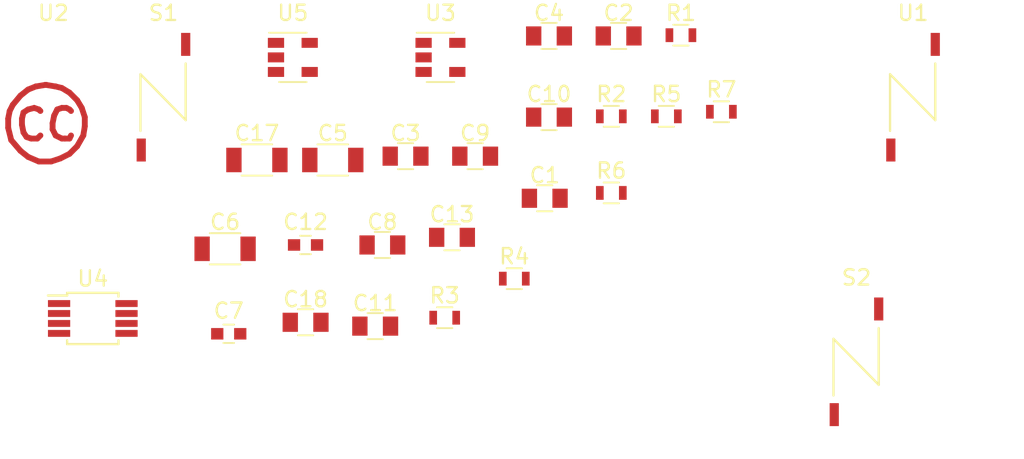
<source format=kicad_pcb>
(kicad_pcb (version 4) (host pcbnew 4.0.6)

  (general
    (links 46)
    (no_connects 46)
    (area 0 0 0 0)
    (thickness 1.6)
    (drawings 0)
    (tracks 0)
    (zones 0)
    (modules 29)
    (nets 17)
  )

  (page A4)
  (layers
    (0 F.Cu signal)
    (31 B.Cu signal)
    (32 B.Adhes user)
    (33 F.Adhes user)
    (34 B.Paste user)
    (35 F.Paste user)
    (36 B.SilkS user)
    (37 F.SilkS user)
    (38 B.Mask user)
    (39 F.Mask user)
    (40 Dwgs.User user)
    (41 Cmts.User user)
    (42 Eco1.User user)
    (43 Eco2.User user)
    (44 Edge.Cuts user)
    (45 Margin user)
    (46 B.CrtYd user)
    (47 F.CrtYd user)
    (48 B.Fab user)
    (49 F.Fab user)
  )

  (setup
    (last_trace_width 0.25)
    (trace_clearance 0.2)
    (zone_clearance 0.508)
    (zone_45_only no)
    (trace_min 0.2)
    (segment_width 0.2)
    (edge_width 0.1)
    (via_size 0.6)
    (via_drill 0.4)
    (via_min_size 0.4)
    (via_min_drill 0.3)
    (uvia_size 0.3)
    (uvia_drill 0.1)
    (uvias_allowed no)
    (uvia_min_size 0.2)
    (uvia_min_drill 0.1)
    (pcb_text_width 0.3)
    (pcb_text_size 1.5 1.5)
    (mod_edge_width 0.15)
    (mod_text_size 1 1)
    (mod_text_width 0.15)
    (pad_size 1.5 1.5)
    (pad_drill 0.6)
    (pad_to_mask_clearance 0)
    (aux_axis_origin 0 0)
    (visible_elements 7FFFFFFF)
    (pcbplotparams
      (layerselection 0x00030_80000001)
      (usegerberextensions false)
      (excludeedgelayer true)
      (linewidth 0.100000)
      (plotframeref false)
      (viasonmask false)
      (mode 1)
      (useauxorigin false)
      (hpglpennumber 1)
      (hpglpenspeed 20)
      (hpglpendiameter 15)
      (hpglpenoverlay 2)
      (psnegative false)
      (psa4output false)
      (plotreference true)
      (plotvalue true)
      (plotinvisibletext false)
      (padsonsilk false)
      (subtractmaskfromsilk false)
      (outputformat 1)
      (mirror false)
      (drillshape 1)
      (scaleselection 1)
      (outputdirectory ""))
  )

  (net 0 "")
  (net 1 /T_P_H_Breakout/TPH_GND)
  (net 2 /T_P_H_Breakout/TPH_3.3V)
  (net 3 /T_P_H_Breakout/V_IN_TPH)
  (net 4 "Net-(C7-Pad1)")
  (net 5 /T_P_H_Breakout/TPH_5.0V)
  (net 6 "Net-(C12-Pad1)")
  (net 7 "Net-(R1-Pad2)")
  (net 8 "Net-(R2-Pad1)")
  (net 9 "Net-(R3-Pad1)")
  (net 10 /T_P_H_Breakout/V5_ENBL_TPH)
  (net 11 "Net-(R4-Pad2)")
  (net 12 "Net-(R5-Pad1)")
  (net 13 /T_P_H_Breakout/V3.3_ENBL_TPH)
  (net 14 /T_P_H_Breakout/SDA_TPH)
  (net 15 /T_P_H_Breakout/SCL_TPH)
  (net 16 /T_P_H_Breakout/TPH_TEMP_ALERT)

  (net_class Default "This is the default net class."
    (clearance 0.2)
    (trace_width 0.25)
    (via_dia 0.6)
    (via_drill 0.4)
    (uvia_dia 0.3)
    (uvia_drill 0.1)
    (add_net /T_P_H_Breakout/SCL_TPH)
    (add_net /T_P_H_Breakout/SDA_TPH)
    (add_net /T_P_H_Breakout/TPH_3.3V)
    (add_net /T_P_H_Breakout/TPH_5.0V)
    (add_net /T_P_H_Breakout/TPH_GND)
    (add_net /T_P_H_Breakout/TPH_TEMP_ALERT)
    (add_net /T_P_H_Breakout/V3.3_ENBL_TPH)
    (add_net /T_P_H_Breakout/V5_ENBL_TPH)
    (add_net /T_P_H_Breakout/V_IN_TPH)
    (add_net "Net-(C12-Pad1)")
    (add_net "Net-(C7-Pad1)")
    (add_net "Net-(R1-Pad2)")
    (add_net "Net-(R2-Pad1)")
    (add_net "Net-(R3-Pad1)")
    (add_net "Net-(R4-Pad2)")
    (add_net "Net-(R5-Pad1)")
  )

  (module Capacitors_SMD:C_0805 (layer F.Cu) (tedit 58AA8463) (tstamp 59E03C3D)
    (at 173.611428 51.075)
    (descr "Capacitor SMD 0805, reflow soldering, AVX (see smccp.pdf)")
    (tags "capacitor 0805")
    (path /59E07AFE/59E08605)
    (attr smd)
    (fp_text reference C1 (at 0 -1.5) (layer F.SilkS)
      (effects (font (size 1 1) (thickness 0.15)))
    )
    (fp_text value 1.0uF (at 0 1.75) (layer F.Fab)
      (effects (font (size 1 1) (thickness 0.15)))
    )
    (fp_text user %R (at 0 -1.5) (layer F.Fab)
      (effects (font (size 1 1) (thickness 0.15)))
    )
    (fp_line (start -1 0.62) (end -1 -0.62) (layer F.Fab) (width 0.1))
    (fp_line (start 1 0.62) (end -1 0.62) (layer F.Fab) (width 0.1))
    (fp_line (start 1 -0.62) (end 1 0.62) (layer F.Fab) (width 0.1))
    (fp_line (start -1 -0.62) (end 1 -0.62) (layer F.Fab) (width 0.1))
    (fp_line (start 0.5 -0.85) (end -0.5 -0.85) (layer F.SilkS) (width 0.12))
    (fp_line (start -0.5 0.85) (end 0.5 0.85) (layer F.SilkS) (width 0.12))
    (fp_line (start -1.75 -0.88) (end 1.75 -0.88) (layer F.CrtYd) (width 0.05))
    (fp_line (start -1.75 -0.88) (end -1.75 0.87) (layer F.CrtYd) (width 0.05))
    (fp_line (start 1.75 0.87) (end 1.75 -0.88) (layer F.CrtYd) (width 0.05))
    (fp_line (start 1.75 0.87) (end -1.75 0.87) (layer F.CrtYd) (width 0.05))
    (pad 1 smd rect (at -1 0) (size 1 1.25) (layers F.Cu F.Paste F.Mask)
      (net 1 /T_P_H_Breakout/TPH_GND))
    (pad 2 smd rect (at 1 0) (size 1 1.25) (layers F.Cu F.Paste F.Mask)
      (net 2 /T_P_H_Breakout/TPH_3.3V))
    (model Capacitors_SMD.3dshapes/C_0805.wrl
      (at (xyz 0 0 0))
      (scale (xyz 1 1 1))
      (rotate (xyz 0 0 0))
    )
  )

  (module Capacitors_SMD:C_0805 (layer F.Cu) (tedit 58AA8463) (tstamp 59E03C43)
    (at 178.431428 40.475)
    (descr "Capacitor SMD 0805, reflow soldering, AVX (see smccp.pdf)")
    (tags "capacitor 0805")
    (path /59E07AFE/59E0860D)
    (attr smd)
    (fp_text reference C2 (at 0 -1.5) (layer F.SilkS)
      (effects (font (size 1 1) (thickness 0.15)))
    )
    (fp_text value 1.0uF (at 0 1.75) (layer F.Fab)
      (effects (font (size 1 1) (thickness 0.15)))
    )
    (fp_text user %R (at 0 -1.5) (layer F.Fab)
      (effects (font (size 1 1) (thickness 0.15)))
    )
    (fp_line (start -1 0.62) (end -1 -0.62) (layer F.Fab) (width 0.1))
    (fp_line (start 1 0.62) (end -1 0.62) (layer F.Fab) (width 0.1))
    (fp_line (start 1 -0.62) (end 1 0.62) (layer F.Fab) (width 0.1))
    (fp_line (start -1 -0.62) (end 1 -0.62) (layer F.Fab) (width 0.1))
    (fp_line (start 0.5 -0.85) (end -0.5 -0.85) (layer F.SilkS) (width 0.12))
    (fp_line (start -0.5 0.85) (end 0.5 0.85) (layer F.SilkS) (width 0.12))
    (fp_line (start -1.75 -0.88) (end 1.75 -0.88) (layer F.CrtYd) (width 0.05))
    (fp_line (start -1.75 -0.88) (end -1.75 0.87) (layer F.CrtYd) (width 0.05))
    (fp_line (start 1.75 0.87) (end 1.75 -0.88) (layer F.CrtYd) (width 0.05))
    (fp_line (start 1.75 0.87) (end -1.75 0.87) (layer F.CrtYd) (width 0.05))
    (pad 1 smd rect (at -1 0) (size 1 1.25) (layers F.Cu F.Paste F.Mask)
      (net 3 /T_P_H_Breakout/V_IN_TPH))
    (pad 2 smd rect (at 1 0) (size 1 1.25) (layers F.Cu F.Paste F.Mask)
      (net 1 /T_P_H_Breakout/TPH_GND))
    (model Capacitors_SMD.3dshapes/C_0805.wrl
      (at (xyz 0 0 0))
      (scale (xyz 1 1 1))
      (rotate (xyz 0 0 0))
    )
  )

  (module Capacitors_SMD:C_0805 (layer F.Cu) (tedit 58AA8463) (tstamp 59E03C49)
    (at 164.531428 48.325)
    (descr "Capacitor SMD 0805, reflow soldering, AVX (see smccp.pdf)")
    (tags "capacitor 0805")
    (path /59E07AFE/59E08602)
    (attr smd)
    (fp_text reference C3 (at 0 -1.5) (layer F.SilkS)
      (effects (font (size 1 1) (thickness 0.15)))
    )
    (fp_text value 0.1uF (at 0 1.75) (layer F.Fab)
      (effects (font (size 1 1) (thickness 0.15)))
    )
    (fp_text user %R (at 0 -1.5) (layer F.Fab)
      (effects (font (size 1 1) (thickness 0.15)))
    )
    (fp_line (start -1 0.62) (end -1 -0.62) (layer F.Fab) (width 0.1))
    (fp_line (start 1 0.62) (end -1 0.62) (layer F.Fab) (width 0.1))
    (fp_line (start 1 -0.62) (end 1 0.62) (layer F.Fab) (width 0.1))
    (fp_line (start -1 -0.62) (end 1 -0.62) (layer F.Fab) (width 0.1))
    (fp_line (start 0.5 -0.85) (end -0.5 -0.85) (layer F.SilkS) (width 0.12))
    (fp_line (start -0.5 0.85) (end 0.5 0.85) (layer F.SilkS) (width 0.12))
    (fp_line (start -1.75 -0.88) (end 1.75 -0.88) (layer F.CrtYd) (width 0.05))
    (fp_line (start -1.75 -0.88) (end -1.75 0.87) (layer F.CrtYd) (width 0.05))
    (fp_line (start 1.75 0.87) (end 1.75 -0.88) (layer F.CrtYd) (width 0.05))
    (fp_line (start 1.75 0.87) (end -1.75 0.87) (layer F.CrtYd) (width 0.05))
    (pad 1 smd rect (at -1 0) (size 1 1.25) (layers F.Cu F.Paste F.Mask)
      (net 1 /T_P_H_Breakout/TPH_GND))
    (pad 2 smd rect (at 1 0) (size 1 1.25) (layers F.Cu F.Paste F.Mask)
      (net 2 /T_P_H_Breakout/TPH_3.3V))
    (model Capacitors_SMD.3dshapes/C_0805.wrl
      (at (xyz 0 0 0))
      (scale (xyz 1 1 1))
      (rotate (xyz 0 0 0))
    )
  )

  (module Capacitors_SMD:C_0805 (layer F.Cu) (tedit 58AA8463) (tstamp 59E03C4F)
    (at 173.891428 40.475)
    (descr "Capacitor SMD 0805, reflow soldering, AVX (see smccp.pdf)")
    (tags "capacitor 0805")
    (path /59E07AFE/59E0860E)
    (attr smd)
    (fp_text reference C4 (at 0 -1.5) (layer F.SilkS)
      (effects (font (size 1 1) (thickness 0.15)))
    )
    (fp_text value 0.1uF (at 0 1.75) (layer F.Fab)
      (effects (font (size 1 1) (thickness 0.15)))
    )
    (fp_text user %R (at 0 -1.5) (layer F.Fab)
      (effects (font (size 1 1) (thickness 0.15)))
    )
    (fp_line (start -1 0.62) (end -1 -0.62) (layer F.Fab) (width 0.1))
    (fp_line (start 1 0.62) (end -1 0.62) (layer F.Fab) (width 0.1))
    (fp_line (start 1 -0.62) (end 1 0.62) (layer F.Fab) (width 0.1))
    (fp_line (start -1 -0.62) (end 1 -0.62) (layer F.Fab) (width 0.1))
    (fp_line (start 0.5 -0.85) (end -0.5 -0.85) (layer F.SilkS) (width 0.12))
    (fp_line (start -0.5 0.85) (end 0.5 0.85) (layer F.SilkS) (width 0.12))
    (fp_line (start -1.75 -0.88) (end 1.75 -0.88) (layer F.CrtYd) (width 0.05))
    (fp_line (start -1.75 -0.88) (end -1.75 0.87) (layer F.CrtYd) (width 0.05))
    (fp_line (start 1.75 0.87) (end 1.75 -0.88) (layer F.CrtYd) (width 0.05))
    (fp_line (start 1.75 0.87) (end -1.75 0.87) (layer F.CrtYd) (width 0.05))
    (pad 1 smd rect (at -1 0) (size 1 1.25) (layers F.Cu F.Paste F.Mask)
      (net 3 /T_P_H_Breakout/V_IN_TPH))
    (pad 2 smd rect (at 1 0) (size 1 1.25) (layers F.Cu F.Paste F.Mask)
      (net 1 /T_P_H_Breakout/TPH_GND))
    (model Capacitors_SMD.3dshapes/C_0805.wrl
      (at (xyz 0 0 0))
      (scale (xyz 1 1 1))
      (rotate (xyz 0 0 0))
    )
  )

  (module Capacitors_SMD:C_1206 (layer F.Cu) (tedit 58AA84B8) (tstamp 59E03C55)
    (at 159.785001 48.575)
    (descr "Capacitor SMD 1206, reflow soldering, AVX (see smccp.pdf)")
    (tags "capacitor 1206")
    (path /59E07AFE/59E0861B)
    (attr smd)
    (fp_text reference C5 (at 0 -1.75) (layer F.SilkS)
      (effects (font (size 1 1) (thickness 0.15)))
    )
    (fp_text value 4.7uF (at 0 2) (layer F.Fab)
      (effects (font (size 1 1) (thickness 0.15)))
    )
    (fp_text user %R (at 0 -1.75) (layer F.Fab)
      (effects (font (size 1 1) (thickness 0.15)))
    )
    (fp_line (start -1.6 0.8) (end -1.6 -0.8) (layer F.Fab) (width 0.1))
    (fp_line (start 1.6 0.8) (end -1.6 0.8) (layer F.Fab) (width 0.1))
    (fp_line (start 1.6 -0.8) (end 1.6 0.8) (layer F.Fab) (width 0.1))
    (fp_line (start -1.6 -0.8) (end 1.6 -0.8) (layer F.Fab) (width 0.1))
    (fp_line (start 1 -1.02) (end -1 -1.02) (layer F.SilkS) (width 0.12))
    (fp_line (start -1 1.02) (end 1 1.02) (layer F.SilkS) (width 0.12))
    (fp_line (start -2.25 -1.05) (end 2.25 -1.05) (layer F.CrtYd) (width 0.05))
    (fp_line (start -2.25 -1.05) (end -2.25 1.05) (layer F.CrtYd) (width 0.05))
    (fp_line (start 2.25 1.05) (end 2.25 -1.05) (layer F.CrtYd) (width 0.05))
    (fp_line (start 2.25 1.05) (end -2.25 1.05) (layer F.CrtYd) (width 0.05))
    (pad 1 smd rect (at -1.5 0) (size 1 1.6) (layers F.Cu F.Paste F.Mask)
      (net 1 /T_P_H_Breakout/TPH_GND))
    (pad 2 smd rect (at 1.5 0) (size 1 1.6) (layers F.Cu F.Paste F.Mask)
      (net 2 /T_P_H_Breakout/TPH_3.3V))
    (model Capacitors_SMD.3dshapes/C_1206.wrl
      (at (xyz 0 0 0))
      (scale (xyz 1 1 1))
      (rotate (xyz 0 0 0))
    )
  )

  (module Capacitors_SMD:C_1206 (layer F.Cu) (tedit 58AA84B8) (tstamp 59E03C5B)
    (at 152.759524 54.375)
    (descr "Capacitor SMD 1206, reflow soldering, AVX (see smccp.pdf)")
    (tags "capacitor 1206")
    (path /59E07AFE/59E08613)
    (attr smd)
    (fp_text reference C6 (at 0 -1.75) (layer F.SilkS)
      (effects (font (size 1 1) (thickness 0.15)))
    )
    (fp_text value 100nF (at 0 2) (layer F.Fab)
      (effects (font (size 1 1) (thickness 0.15)))
    )
    (fp_text user %R (at 0 -1.75) (layer F.Fab)
      (effects (font (size 1 1) (thickness 0.15)))
    )
    (fp_line (start -1.6 0.8) (end -1.6 -0.8) (layer F.Fab) (width 0.1))
    (fp_line (start 1.6 0.8) (end -1.6 0.8) (layer F.Fab) (width 0.1))
    (fp_line (start 1.6 -0.8) (end 1.6 0.8) (layer F.Fab) (width 0.1))
    (fp_line (start -1.6 -0.8) (end 1.6 -0.8) (layer F.Fab) (width 0.1))
    (fp_line (start 1 -1.02) (end -1 -1.02) (layer F.SilkS) (width 0.12))
    (fp_line (start -1 1.02) (end 1 1.02) (layer F.SilkS) (width 0.12))
    (fp_line (start -2.25 -1.05) (end 2.25 -1.05) (layer F.CrtYd) (width 0.05))
    (fp_line (start -2.25 -1.05) (end -2.25 1.05) (layer F.CrtYd) (width 0.05))
    (fp_line (start 2.25 1.05) (end 2.25 -1.05) (layer F.CrtYd) (width 0.05))
    (fp_line (start 2.25 1.05) (end -2.25 1.05) (layer F.CrtYd) (width 0.05))
    (pad 1 smd rect (at -1.5 0) (size 1 1.6) (layers F.Cu F.Paste F.Mask)
      (net 2 /T_P_H_Breakout/TPH_3.3V))
    (pad 2 smd rect (at 1.5 0) (size 1 1.6) (layers F.Cu F.Paste F.Mask)
      (net 1 /T_P_H_Breakout/TPH_GND))
    (model Capacitors_SMD.3dshapes/C_1206.wrl
      (at (xyz 0 0 0))
      (scale (xyz 1 1 1))
      (rotate (xyz 0 0 0))
    )
  )

  (module Capacitors_SMD:C_0603 (layer F.Cu) (tedit 59958EE7) (tstamp 59E03C61)
    (at 152.997619 59.925)
    (descr "Capacitor SMD 0603, reflow soldering, AVX (see smccp.pdf)")
    (tags "capacitor 0603")
    (path /59E07AFE/59E0860C)
    (attr smd)
    (fp_text reference C7 (at 0 -1.5) (layer F.SilkS)
      (effects (font (size 1 1) (thickness 0.15)))
    )
    (fp_text value 0.01uF (at 0 1.5) (layer F.Fab)
      (effects (font (size 1 1) (thickness 0.15)))
    )
    (fp_line (start 1.4 0.65) (end -1.4 0.65) (layer F.CrtYd) (width 0.05))
    (fp_line (start 1.4 0.65) (end 1.4 -0.65) (layer F.CrtYd) (width 0.05))
    (fp_line (start -1.4 -0.65) (end -1.4 0.65) (layer F.CrtYd) (width 0.05))
    (fp_line (start -1.4 -0.65) (end 1.4 -0.65) (layer F.CrtYd) (width 0.05))
    (fp_line (start 0.35 0.6) (end -0.35 0.6) (layer F.SilkS) (width 0.12))
    (fp_line (start -0.35 -0.6) (end 0.35 -0.6) (layer F.SilkS) (width 0.12))
    (fp_line (start -0.8 -0.4) (end 0.8 -0.4) (layer F.Fab) (width 0.1))
    (fp_line (start 0.8 -0.4) (end 0.8 0.4) (layer F.Fab) (width 0.1))
    (fp_line (start 0.8 0.4) (end -0.8 0.4) (layer F.Fab) (width 0.1))
    (fp_line (start -0.8 0.4) (end -0.8 -0.4) (layer F.Fab) (width 0.1))
    (fp_text user %R (at 0 0) (layer F.Fab)
      (effects (font (size 0.3 0.3) (thickness 0.075)))
    )
    (pad 2 smd rect (at 0.75 0) (size 0.8 0.75) (layers F.Cu F.Paste F.Mask)
      (net 1 /T_P_H_Breakout/TPH_GND))
    (pad 1 smd rect (at -0.75 0) (size 0.8 0.75) (layers F.Cu F.Paste F.Mask)
      (net 4 "Net-(C7-Pad1)"))
    (model Capacitors_SMD.3dshapes/C_0603.wrl
      (at (xyz 0 0 0))
      (scale (xyz 1 1 1))
      (rotate (xyz 0 0 0))
    )
  )

  (module Capacitors_SMD:C_0805 (layer F.Cu) (tedit 58AA8463) (tstamp 59E03C67)
    (at 163.021428 54.125)
    (descr "Capacitor SMD 0805, reflow soldering, AVX (see smccp.pdf)")
    (tags "capacitor 0805")
    (path /59E07AFE/59E0860F)
    (attr smd)
    (fp_text reference C8 (at 0 -1.5) (layer F.SilkS)
      (effects (font (size 1 1) (thickness 0.15)))
    )
    (fp_text value 2.2uF (at 0 1.75) (layer F.Fab)
      (effects (font (size 1 1) (thickness 0.15)))
    )
    (fp_text user %R (at 0 -1.5) (layer F.Fab)
      (effects (font (size 1 1) (thickness 0.15)))
    )
    (fp_line (start -1 0.62) (end -1 -0.62) (layer F.Fab) (width 0.1))
    (fp_line (start 1 0.62) (end -1 0.62) (layer F.Fab) (width 0.1))
    (fp_line (start 1 -0.62) (end 1 0.62) (layer F.Fab) (width 0.1))
    (fp_line (start -1 -0.62) (end 1 -0.62) (layer F.Fab) (width 0.1))
    (fp_line (start 0.5 -0.85) (end -0.5 -0.85) (layer F.SilkS) (width 0.12))
    (fp_line (start -0.5 0.85) (end 0.5 0.85) (layer F.SilkS) (width 0.12))
    (fp_line (start -1.75 -0.88) (end 1.75 -0.88) (layer F.CrtYd) (width 0.05))
    (fp_line (start -1.75 -0.88) (end -1.75 0.87) (layer F.CrtYd) (width 0.05))
    (fp_line (start 1.75 0.87) (end 1.75 -0.88) (layer F.CrtYd) (width 0.05))
    (fp_line (start 1.75 0.87) (end -1.75 0.87) (layer F.CrtYd) (width 0.05))
    (pad 1 smd rect (at -1 0) (size 1 1.25) (layers F.Cu F.Paste F.Mask)
      (net 5 /T_P_H_Breakout/TPH_5.0V))
    (pad 2 smd rect (at 1 0) (size 1 1.25) (layers F.Cu F.Paste F.Mask)
      (net 1 /T_P_H_Breakout/TPH_GND))
    (model Capacitors_SMD.3dshapes/C_0805.wrl
      (at (xyz 0 0 0))
      (scale (xyz 1 1 1))
      (rotate (xyz 0 0 0))
    )
  )

  (module Capacitors_SMD:C_0805 (layer F.Cu) (tedit 58AA8463) (tstamp 59E03C6D)
    (at 169.071428 48.325)
    (descr "Capacitor SMD 0805, reflow soldering, AVX (see smccp.pdf)")
    (tags "capacitor 0805")
    (path /59E07AFE/59E08607)
    (attr smd)
    (fp_text reference C9 (at 0 -1.5) (layer F.SilkS)
      (effects (font (size 1 1) (thickness 0.15)))
    )
    (fp_text value 1.0uF (at 0 1.75) (layer F.Fab)
      (effects (font (size 1 1) (thickness 0.15)))
    )
    (fp_text user %R (at 0 -1.5) (layer F.Fab)
      (effects (font (size 1 1) (thickness 0.15)))
    )
    (fp_line (start -1 0.62) (end -1 -0.62) (layer F.Fab) (width 0.1))
    (fp_line (start 1 0.62) (end -1 0.62) (layer F.Fab) (width 0.1))
    (fp_line (start 1 -0.62) (end 1 0.62) (layer F.Fab) (width 0.1))
    (fp_line (start -1 -0.62) (end 1 -0.62) (layer F.Fab) (width 0.1))
    (fp_line (start 0.5 -0.85) (end -0.5 -0.85) (layer F.SilkS) (width 0.12))
    (fp_line (start -0.5 0.85) (end 0.5 0.85) (layer F.SilkS) (width 0.12))
    (fp_line (start -1.75 -0.88) (end 1.75 -0.88) (layer F.CrtYd) (width 0.05))
    (fp_line (start -1.75 -0.88) (end -1.75 0.87) (layer F.CrtYd) (width 0.05))
    (fp_line (start 1.75 0.87) (end 1.75 -0.88) (layer F.CrtYd) (width 0.05))
    (fp_line (start 1.75 0.87) (end -1.75 0.87) (layer F.CrtYd) (width 0.05))
    (pad 1 smd rect (at -1 0) (size 1 1.25) (layers F.Cu F.Paste F.Mask)
      (net 5 /T_P_H_Breakout/TPH_5.0V))
    (pad 2 smd rect (at 1 0) (size 1 1.25) (layers F.Cu F.Paste F.Mask)
      (net 1 /T_P_H_Breakout/TPH_GND))
    (model Capacitors_SMD.3dshapes/C_0805.wrl
      (at (xyz 0 0 0))
      (scale (xyz 1 1 1))
      (rotate (xyz 0 0 0))
    )
  )

  (module Capacitors_SMD:C_0805 (layer F.Cu) (tedit 58AA8463) (tstamp 59E03C73)
    (at 173.891428 45.775)
    (descr "Capacitor SMD 0805, reflow soldering, AVX (see smccp.pdf)")
    (tags "capacitor 0805")
    (path /59E07AFE/59E08608)
    (attr smd)
    (fp_text reference C10 (at 0 -1.5) (layer F.SilkS)
      (effects (font (size 1 1) (thickness 0.15)))
    )
    (fp_text value 0.1uF (at 0 1.75) (layer F.Fab)
      (effects (font (size 1 1) (thickness 0.15)))
    )
    (fp_text user %R (at 0 -1.5) (layer F.Fab)
      (effects (font (size 1 1) (thickness 0.15)))
    )
    (fp_line (start -1 0.62) (end -1 -0.62) (layer F.Fab) (width 0.1))
    (fp_line (start 1 0.62) (end -1 0.62) (layer F.Fab) (width 0.1))
    (fp_line (start 1 -0.62) (end 1 0.62) (layer F.Fab) (width 0.1))
    (fp_line (start -1 -0.62) (end 1 -0.62) (layer F.Fab) (width 0.1))
    (fp_line (start 0.5 -0.85) (end -0.5 -0.85) (layer F.SilkS) (width 0.12))
    (fp_line (start -0.5 0.85) (end 0.5 0.85) (layer F.SilkS) (width 0.12))
    (fp_line (start -1.75 -0.88) (end 1.75 -0.88) (layer F.CrtYd) (width 0.05))
    (fp_line (start -1.75 -0.88) (end -1.75 0.87) (layer F.CrtYd) (width 0.05))
    (fp_line (start 1.75 0.87) (end 1.75 -0.88) (layer F.CrtYd) (width 0.05))
    (fp_line (start 1.75 0.87) (end -1.75 0.87) (layer F.CrtYd) (width 0.05))
    (pad 1 smd rect (at -1 0) (size 1 1.25) (layers F.Cu F.Paste F.Mask)
      (net 5 /T_P_H_Breakout/TPH_5.0V))
    (pad 2 smd rect (at 1 0) (size 1 1.25) (layers F.Cu F.Paste F.Mask)
      (net 1 /T_P_H_Breakout/TPH_GND))
    (model Capacitors_SMD.3dshapes/C_0805.wrl
      (at (xyz 0 0 0))
      (scale (xyz 1 1 1))
      (rotate (xyz 0 0 0))
    )
  )

  (module Capacitors_SMD:C_0805 (layer F.Cu) (tedit 58AA8463) (tstamp 59E03C79)
    (at 162.551428 59.425)
    (descr "Capacitor SMD 0805, reflow soldering, AVX (see smccp.pdf)")
    (tags "capacitor 0805")
    (path /59E07AFE/59E08603)
    (attr smd)
    (fp_text reference C11 (at 0 -1.5) (layer F.SilkS)
      (effects (font (size 1 1) (thickness 0.15)))
    )
    (fp_text value 0.1uF (at 0 1.75) (layer F.Fab)
      (effects (font (size 1 1) (thickness 0.15)))
    )
    (fp_text user %R (at 0 -1.5) (layer F.Fab)
      (effects (font (size 1 1) (thickness 0.15)))
    )
    (fp_line (start -1 0.62) (end -1 -0.62) (layer F.Fab) (width 0.1))
    (fp_line (start 1 0.62) (end -1 0.62) (layer F.Fab) (width 0.1))
    (fp_line (start 1 -0.62) (end 1 0.62) (layer F.Fab) (width 0.1))
    (fp_line (start -1 -0.62) (end 1 -0.62) (layer F.Fab) (width 0.1))
    (fp_line (start 0.5 -0.85) (end -0.5 -0.85) (layer F.SilkS) (width 0.12))
    (fp_line (start -0.5 0.85) (end 0.5 0.85) (layer F.SilkS) (width 0.12))
    (fp_line (start -1.75 -0.88) (end 1.75 -0.88) (layer F.CrtYd) (width 0.05))
    (fp_line (start -1.75 -0.88) (end -1.75 0.87) (layer F.CrtYd) (width 0.05))
    (fp_line (start 1.75 0.87) (end 1.75 -0.88) (layer F.CrtYd) (width 0.05))
    (fp_line (start 1.75 0.87) (end -1.75 0.87) (layer F.CrtYd) (width 0.05))
    (pad 1 smd rect (at -1 0) (size 1 1.25) (layers F.Cu F.Paste F.Mask)
      (net 2 /T_P_H_Breakout/TPH_3.3V))
    (pad 2 smd rect (at 1 0) (size 1 1.25) (layers F.Cu F.Paste F.Mask)
      (net 1 /T_P_H_Breakout/TPH_GND))
    (model Capacitors_SMD.3dshapes/C_0805.wrl
      (at (xyz 0 0 0))
      (scale (xyz 1 1 1))
      (rotate (xyz 0 0 0))
    )
  )

  (module Capacitors_SMD:C_0603 (layer F.Cu) (tedit 59958EE7) (tstamp 59E03C7F)
    (at 158.007619 54.125)
    (descr "Capacitor SMD 0603, reflow soldering, AVX (see smccp.pdf)")
    (tags "capacitor 0603")
    (path /59E07AFE/59E08606)
    (attr smd)
    (fp_text reference C12 (at 0 -1.5) (layer F.SilkS)
      (effects (font (size 1 1) (thickness 0.15)))
    )
    (fp_text value 0.01uF (at 0 1.5) (layer F.Fab)
      (effects (font (size 1 1) (thickness 0.15)))
    )
    (fp_line (start 1.4 0.65) (end -1.4 0.65) (layer F.CrtYd) (width 0.05))
    (fp_line (start 1.4 0.65) (end 1.4 -0.65) (layer F.CrtYd) (width 0.05))
    (fp_line (start -1.4 -0.65) (end -1.4 0.65) (layer F.CrtYd) (width 0.05))
    (fp_line (start -1.4 -0.65) (end 1.4 -0.65) (layer F.CrtYd) (width 0.05))
    (fp_line (start 0.35 0.6) (end -0.35 0.6) (layer F.SilkS) (width 0.12))
    (fp_line (start -0.35 -0.6) (end 0.35 -0.6) (layer F.SilkS) (width 0.12))
    (fp_line (start -0.8 -0.4) (end 0.8 -0.4) (layer F.Fab) (width 0.1))
    (fp_line (start 0.8 -0.4) (end 0.8 0.4) (layer F.Fab) (width 0.1))
    (fp_line (start 0.8 0.4) (end -0.8 0.4) (layer F.Fab) (width 0.1))
    (fp_line (start -0.8 0.4) (end -0.8 -0.4) (layer F.Fab) (width 0.1))
    (fp_text user %R (at 0 0) (layer F.Fab)
      (effects (font (size 0.3 0.3) (thickness 0.075)))
    )
    (pad 2 smd rect (at 0.75 0) (size 0.8 0.75) (layers F.Cu F.Paste F.Mask)
      (net 1 /T_P_H_Breakout/TPH_GND))
    (pad 1 smd rect (at -0.75 0) (size 0.8 0.75) (layers F.Cu F.Paste F.Mask)
      (net 6 "Net-(C12-Pad1)"))
    (model Capacitors_SMD.3dshapes/C_0603.wrl
      (at (xyz 0 0 0))
      (scale (xyz 1 1 1))
      (rotate (xyz 0 0 0))
    )
  )

  (module Capacitors_SMD:C_0805 (layer F.Cu) (tedit 58AA8463) (tstamp 59E03C85)
    (at 167.561428 53.625)
    (descr "Capacitor SMD 0805, reflow soldering, AVX (see smccp.pdf)")
    (tags "capacitor 0805")
    (path /59E07AFE/59E08604)
    (attr smd)
    (fp_text reference C13 (at 0 -1.5) (layer F.SilkS)
      (effects (font (size 1 1) (thickness 0.15)))
    )
    (fp_text value 1.0uF (at 0 1.75) (layer F.Fab)
      (effects (font (size 1 1) (thickness 0.15)))
    )
    (fp_text user %R (at 0 -1.5) (layer F.Fab)
      (effects (font (size 1 1) (thickness 0.15)))
    )
    (fp_line (start -1 0.62) (end -1 -0.62) (layer F.Fab) (width 0.1))
    (fp_line (start 1 0.62) (end -1 0.62) (layer F.Fab) (width 0.1))
    (fp_line (start 1 -0.62) (end 1 0.62) (layer F.Fab) (width 0.1))
    (fp_line (start -1 -0.62) (end 1 -0.62) (layer F.Fab) (width 0.1))
    (fp_line (start 0.5 -0.85) (end -0.5 -0.85) (layer F.SilkS) (width 0.12))
    (fp_line (start -0.5 0.85) (end 0.5 0.85) (layer F.SilkS) (width 0.12))
    (fp_line (start -1.75 -0.88) (end 1.75 -0.88) (layer F.CrtYd) (width 0.05))
    (fp_line (start -1.75 -0.88) (end -1.75 0.87) (layer F.CrtYd) (width 0.05))
    (fp_line (start 1.75 0.87) (end 1.75 -0.88) (layer F.CrtYd) (width 0.05))
    (fp_line (start 1.75 0.87) (end -1.75 0.87) (layer F.CrtYd) (width 0.05))
    (pad 1 smd rect (at -1 0) (size 1 1.25) (layers F.Cu F.Paste F.Mask)
      (net 2 /T_P_H_Breakout/TPH_3.3V))
    (pad 2 smd rect (at 1 0) (size 1 1.25) (layers F.Cu F.Paste F.Mask)
      (net 1 /T_P_H_Breakout/TPH_GND))
    (model Capacitors_SMD.3dshapes/C_0805.wrl
      (at (xyz 0 0 0))
      (scale (xyz 1 1 1))
      (rotate (xyz 0 0 0))
    )
  )

  (module Capacitors_SMD:C_1206 (layer F.Cu) (tedit 58AA84B8) (tstamp 59E03C8B)
    (at 154.835001 48.575)
    (descr "Capacitor SMD 1206, reflow soldering, AVX (see smccp.pdf)")
    (tags "capacitor 1206")
    (path /59E07AFE/59E0861C)
    (attr smd)
    (fp_text reference C17 (at 0 -1.75) (layer F.SilkS)
      (effects (font (size 1 1) (thickness 0.15)))
    )
    (fp_text value 4.7uF (at 0 2) (layer F.Fab)
      (effects (font (size 1 1) (thickness 0.15)))
    )
    (fp_text user %R (at 0 -1.75) (layer F.Fab)
      (effects (font (size 1 1) (thickness 0.15)))
    )
    (fp_line (start -1.6 0.8) (end -1.6 -0.8) (layer F.Fab) (width 0.1))
    (fp_line (start 1.6 0.8) (end -1.6 0.8) (layer F.Fab) (width 0.1))
    (fp_line (start 1.6 -0.8) (end 1.6 0.8) (layer F.Fab) (width 0.1))
    (fp_line (start -1.6 -0.8) (end 1.6 -0.8) (layer F.Fab) (width 0.1))
    (fp_line (start 1 -1.02) (end -1 -1.02) (layer F.SilkS) (width 0.12))
    (fp_line (start -1 1.02) (end 1 1.02) (layer F.SilkS) (width 0.12))
    (fp_line (start -2.25 -1.05) (end 2.25 -1.05) (layer F.CrtYd) (width 0.05))
    (fp_line (start -2.25 -1.05) (end -2.25 1.05) (layer F.CrtYd) (width 0.05))
    (fp_line (start 2.25 1.05) (end 2.25 -1.05) (layer F.CrtYd) (width 0.05))
    (fp_line (start 2.25 1.05) (end -2.25 1.05) (layer F.CrtYd) (width 0.05))
    (pad 1 smd rect (at -1.5 0) (size 1 1.6) (layers F.Cu F.Paste F.Mask)
      (net 2 /T_P_H_Breakout/TPH_3.3V))
    (pad 2 smd rect (at 1.5 0) (size 1 1.6) (layers F.Cu F.Paste F.Mask)
      (net 1 /T_P_H_Breakout/TPH_GND))
    (model Capacitors_SMD.3dshapes/C_1206.wrl
      (at (xyz 0 0 0))
      (scale (xyz 1 1 1))
      (rotate (xyz 0 0 0))
    )
  )

  (module Capacitors_SMD:C_0805 (layer F.Cu) (tedit 58AA8463) (tstamp 59E03C91)
    (at 158.011428 59.175)
    (descr "Capacitor SMD 0805, reflow soldering, AVX (see smccp.pdf)")
    (tags "capacitor 0805")
    (path /59E07AFE/59E08609)
    (attr smd)
    (fp_text reference C18 (at 0 -1.5) (layer F.SilkS)
      (effects (font (size 1 1) (thickness 0.15)))
    )
    (fp_text value 2.2uF (at 0 1.75) (layer F.Fab)
      (effects (font (size 1 1) (thickness 0.15)))
    )
    (fp_text user %R (at 0 -1.5) (layer F.Fab)
      (effects (font (size 1 1) (thickness 0.15)))
    )
    (fp_line (start -1 0.62) (end -1 -0.62) (layer F.Fab) (width 0.1))
    (fp_line (start 1 0.62) (end -1 0.62) (layer F.Fab) (width 0.1))
    (fp_line (start 1 -0.62) (end 1 0.62) (layer F.Fab) (width 0.1))
    (fp_line (start -1 -0.62) (end 1 -0.62) (layer F.Fab) (width 0.1))
    (fp_line (start 0.5 -0.85) (end -0.5 -0.85) (layer F.SilkS) (width 0.12))
    (fp_line (start -0.5 0.85) (end 0.5 0.85) (layer F.SilkS) (width 0.12))
    (fp_line (start -1.75 -0.88) (end 1.75 -0.88) (layer F.CrtYd) (width 0.05))
    (fp_line (start -1.75 -0.88) (end -1.75 0.87) (layer F.CrtYd) (width 0.05))
    (fp_line (start 1.75 0.87) (end 1.75 -0.88) (layer F.CrtYd) (width 0.05))
    (fp_line (start 1.75 0.87) (end -1.75 0.87) (layer F.CrtYd) (width 0.05))
    (pad 1 smd rect (at -1 0) (size 1 1.25) (layers F.Cu F.Paste F.Mask)
      (net 2 /T_P_H_Breakout/TPH_3.3V))
    (pad 2 smd rect (at 1 0) (size 1 1.25) (layers F.Cu F.Paste F.Mask)
      (net 1 /T_P_H_Breakout/TPH_GND))
    (model Capacitors_SMD.3dshapes/C_0805.wrl
      (at (xyz 0 0 0))
      (scale (xyz 1 1 1))
      (rotate (xyz 0 0 0))
    )
  )

  (module Resistors_SMD:R_0603 (layer F.Cu) (tedit 58E0A804) (tstamp 59E03C97)
    (at 182.495238 40.425)
    (descr "Resistor SMD 0603, reflow soldering, Vishay (see dcrcw.pdf)")
    (tags "resistor 0603")
    (path /59E07AFE/59E08612)
    (attr smd)
    (fp_text reference R1 (at 0 -1.45) (layer F.SilkS)
      (effects (font (size 1 1) (thickness 0.15)))
    )
    (fp_text value 4.7k (at 0 1.5) (layer F.Fab)
      (effects (font (size 1 1) (thickness 0.15)))
    )
    (fp_text user %R (at 0 0) (layer F.Fab)
      (effects (font (size 0.4 0.4) (thickness 0.075)))
    )
    (fp_line (start -0.8 0.4) (end -0.8 -0.4) (layer F.Fab) (width 0.1))
    (fp_line (start 0.8 0.4) (end -0.8 0.4) (layer F.Fab) (width 0.1))
    (fp_line (start 0.8 -0.4) (end 0.8 0.4) (layer F.Fab) (width 0.1))
    (fp_line (start -0.8 -0.4) (end 0.8 -0.4) (layer F.Fab) (width 0.1))
    (fp_line (start 0.5 0.68) (end -0.5 0.68) (layer F.SilkS) (width 0.12))
    (fp_line (start -0.5 -0.68) (end 0.5 -0.68) (layer F.SilkS) (width 0.12))
    (fp_line (start -1.25 -0.7) (end 1.25 -0.7) (layer F.CrtYd) (width 0.05))
    (fp_line (start -1.25 -0.7) (end -1.25 0.7) (layer F.CrtYd) (width 0.05))
    (fp_line (start 1.25 0.7) (end 1.25 -0.7) (layer F.CrtYd) (width 0.05))
    (fp_line (start 1.25 0.7) (end -1.25 0.7) (layer F.CrtYd) (width 0.05))
    (pad 1 smd rect (at -0.75 0) (size 0.5 0.9) (layers F.Cu F.Paste F.Mask)
      (net 2 /T_P_H_Breakout/TPH_3.3V))
    (pad 2 smd rect (at 0.75 0) (size 0.5 0.9) (layers F.Cu F.Paste F.Mask)
      (net 7 "Net-(R1-Pad2)"))
    (model ${KISYS3DMOD}/Resistors_SMD.3dshapes/R_0603.wrl
      (at (xyz 0 0 0))
      (scale (xyz 1 1 1))
      (rotate (xyz 0 0 0))
    )
  )

  (module Resistors_SMD:R_0603 (layer F.Cu) (tedit 58E0A804) (tstamp 59E03C9D)
    (at 177.955238 45.725)
    (descr "Resistor SMD 0603, reflow soldering, Vishay (see dcrcw.pdf)")
    (tags "resistor 0603")
    (path /59E07AFE/59E08617)
    (attr smd)
    (fp_text reference R2 (at 0 -1.45) (layer F.SilkS)
      (effects (font (size 1 1) (thickness 0.15)))
    )
    (fp_text value 4.7k (at 0 1.5) (layer F.Fab)
      (effects (font (size 1 1) (thickness 0.15)))
    )
    (fp_text user %R (at 0 0) (layer F.Fab)
      (effects (font (size 0.4 0.4) (thickness 0.075)))
    )
    (fp_line (start -0.8 0.4) (end -0.8 -0.4) (layer F.Fab) (width 0.1))
    (fp_line (start 0.8 0.4) (end -0.8 0.4) (layer F.Fab) (width 0.1))
    (fp_line (start 0.8 -0.4) (end 0.8 0.4) (layer F.Fab) (width 0.1))
    (fp_line (start -0.8 -0.4) (end 0.8 -0.4) (layer F.Fab) (width 0.1))
    (fp_line (start 0.5 0.68) (end -0.5 0.68) (layer F.SilkS) (width 0.12))
    (fp_line (start -0.5 -0.68) (end 0.5 -0.68) (layer F.SilkS) (width 0.12))
    (fp_line (start -1.25 -0.7) (end 1.25 -0.7) (layer F.CrtYd) (width 0.05))
    (fp_line (start -1.25 -0.7) (end -1.25 0.7) (layer F.CrtYd) (width 0.05))
    (fp_line (start 1.25 0.7) (end 1.25 -0.7) (layer F.CrtYd) (width 0.05))
    (fp_line (start 1.25 0.7) (end -1.25 0.7) (layer F.CrtYd) (width 0.05))
    (pad 1 smd rect (at -0.75 0) (size 0.5 0.9) (layers F.Cu F.Paste F.Mask)
      (net 8 "Net-(R2-Pad1)"))
    (pad 2 smd rect (at 0.75 0) (size 0.5 0.9) (layers F.Cu F.Paste F.Mask)
      (net 1 /T_P_H_Breakout/TPH_GND))
    (model ${KISYS3DMOD}/Resistors_SMD.3dshapes/R_0603.wrl
      (at (xyz 0 0 0))
      (scale (xyz 1 1 1))
      (rotate (xyz 0 0 0))
    )
  )

  (module Resistors_SMD:R_0603 (layer F.Cu) (tedit 58E0A804) (tstamp 59E03CA3)
    (at 167.085238 58.875)
    (descr "Resistor SMD 0603, reflow soldering, Vishay (see dcrcw.pdf)")
    (tags "resistor 0603")
    (path /59E07AFE/59E08611)
    (attr smd)
    (fp_text reference R3 (at 0 -1.45) (layer F.SilkS)
      (effects (font (size 1 1) (thickness 0.15)))
    )
    (fp_text value 4.7k (at 0 1.5) (layer F.Fab)
      (effects (font (size 1 1) (thickness 0.15)))
    )
    (fp_text user %R (at 0 0) (layer F.Fab)
      (effects (font (size 0.4 0.4) (thickness 0.075)))
    )
    (fp_line (start -0.8 0.4) (end -0.8 -0.4) (layer F.Fab) (width 0.1))
    (fp_line (start 0.8 0.4) (end -0.8 0.4) (layer F.Fab) (width 0.1))
    (fp_line (start 0.8 -0.4) (end 0.8 0.4) (layer F.Fab) (width 0.1))
    (fp_line (start -0.8 -0.4) (end 0.8 -0.4) (layer F.Fab) (width 0.1))
    (fp_line (start 0.5 0.68) (end -0.5 0.68) (layer F.SilkS) (width 0.12))
    (fp_line (start -0.5 -0.68) (end 0.5 -0.68) (layer F.SilkS) (width 0.12))
    (fp_line (start -1.25 -0.7) (end 1.25 -0.7) (layer F.CrtYd) (width 0.05))
    (fp_line (start -1.25 -0.7) (end -1.25 0.7) (layer F.CrtYd) (width 0.05))
    (fp_line (start 1.25 0.7) (end 1.25 -0.7) (layer F.CrtYd) (width 0.05))
    (fp_line (start 1.25 0.7) (end -1.25 0.7) (layer F.CrtYd) (width 0.05))
    (pad 1 smd rect (at -0.75 0) (size 0.5 0.9) (layers F.Cu F.Paste F.Mask)
      (net 9 "Net-(R3-Pad1)"))
    (pad 2 smd rect (at 0.75 0) (size 0.5 0.9) (layers F.Cu F.Paste F.Mask)
      (net 10 /T_P_H_Breakout/V5_ENBL_TPH))
    (model ${KISYS3DMOD}/Resistors_SMD.3dshapes/R_0603.wrl
      (at (xyz 0 0 0))
      (scale (xyz 1 1 1))
      (rotate (xyz 0 0 0))
    )
  )

  (module Resistors_SMD:R_0603 (layer F.Cu) (tedit 58E0A804) (tstamp 59E03CA9)
    (at 171.625238 56.325)
    (descr "Resistor SMD 0603, reflow soldering, Vishay (see dcrcw.pdf)")
    (tags "resistor 0603")
    (path /59E07AFE/59E08614)
    (attr smd)
    (fp_text reference R4 (at 0 -1.45) (layer F.SilkS)
      (effects (font (size 1 1) (thickness 0.15)))
    )
    (fp_text value 4.7k (at 0 1.5) (layer F.Fab)
      (effects (font (size 1 1) (thickness 0.15)))
    )
    (fp_text user %R (at 0 0) (layer F.Fab)
      (effects (font (size 0.4 0.4) (thickness 0.075)))
    )
    (fp_line (start -0.8 0.4) (end -0.8 -0.4) (layer F.Fab) (width 0.1))
    (fp_line (start 0.8 0.4) (end -0.8 0.4) (layer F.Fab) (width 0.1))
    (fp_line (start 0.8 -0.4) (end 0.8 0.4) (layer F.Fab) (width 0.1))
    (fp_line (start -0.8 -0.4) (end 0.8 -0.4) (layer F.Fab) (width 0.1))
    (fp_line (start 0.5 0.68) (end -0.5 0.68) (layer F.SilkS) (width 0.12))
    (fp_line (start -0.5 -0.68) (end 0.5 -0.68) (layer F.SilkS) (width 0.12))
    (fp_line (start -1.25 -0.7) (end 1.25 -0.7) (layer F.CrtYd) (width 0.05))
    (fp_line (start -1.25 -0.7) (end -1.25 0.7) (layer F.CrtYd) (width 0.05))
    (fp_line (start 1.25 0.7) (end 1.25 -0.7) (layer F.CrtYd) (width 0.05))
    (fp_line (start 1.25 0.7) (end -1.25 0.7) (layer F.CrtYd) (width 0.05))
    (pad 1 smd rect (at -0.75 0) (size 0.5 0.9) (layers F.Cu F.Paste F.Mask)
      (net 1 /T_P_H_Breakout/TPH_GND))
    (pad 2 smd rect (at 0.75 0) (size 0.5 0.9) (layers F.Cu F.Paste F.Mask)
      (net 11 "Net-(R4-Pad2)"))
    (model ${KISYS3DMOD}/Resistors_SMD.3dshapes/R_0603.wrl
      (at (xyz 0 0 0))
      (scale (xyz 1 1 1))
      (rotate (xyz 0 0 0))
    )
  )

  (module Resistors_SMD:R_0603 (layer F.Cu) (tedit 58E0A804) (tstamp 59E03CAF)
    (at 181.545238 45.725)
    (descr "Resistor SMD 0603, reflow soldering, Vishay (see dcrcw.pdf)")
    (tags "resistor 0603")
    (path /59E07AFE/59E08610)
    (attr smd)
    (fp_text reference R5 (at 0 -1.45) (layer F.SilkS)
      (effects (font (size 1 1) (thickness 0.15)))
    )
    (fp_text value 4.7k (at 0 1.5) (layer F.Fab)
      (effects (font (size 1 1) (thickness 0.15)))
    )
    (fp_text user %R (at 0 0) (layer F.Fab)
      (effects (font (size 0.4 0.4) (thickness 0.075)))
    )
    (fp_line (start -0.8 0.4) (end -0.8 -0.4) (layer F.Fab) (width 0.1))
    (fp_line (start 0.8 0.4) (end -0.8 0.4) (layer F.Fab) (width 0.1))
    (fp_line (start 0.8 -0.4) (end 0.8 0.4) (layer F.Fab) (width 0.1))
    (fp_line (start -0.8 -0.4) (end 0.8 -0.4) (layer F.Fab) (width 0.1))
    (fp_line (start 0.5 0.68) (end -0.5 0.68) (layer F.SilkS) (width 0.12))
    (fp_line (start -0.5 -0.68) (end 0.5 -0.68) (layer F.SilkS) (width 0.12))
    (fp_line (start -1.25 -0.7) (end 1.25 -0.7) (layer F.CrtYd) (width 0.05))
    (fp_line (start -1.25 -0.7) (end -1.25 0.7) (layer F.CrtYd) (width 0.05))
    (fp_line (start 1.25 0.7) (end 1.25 -0.7) (layer F.CrtYd) (width 0.05))
    (fp_line (start 1.25 0.7) (end -1.25 0.7) (layer F.CrtYd) (width 0.05))
    (pad 1 smd rect (at -0.75 0) (size 0.5 0.9) (layers F.Cu F.Paste F.Mask)
      (net 12 "Net-(R5-Pad1)"))
    (pad 2 smd rect (at 0.75 0) (size 0.5 0.9) (layers F.Cu F.Paste F.Mask)
      (net 13 /T_P_H_Breakout/V3.3_ENBL_TPH))
    (model ${KISYS3DMOD}/Resistors_SMD.3dshapes/R_0603.wrl
      (at (xyz 0 0 0))
      (scale (xyz 1 1 1))
      (rotate (xyz 0 0 0))
    )
  )

  (module Resistors_SMD:R_0603 (layer F.Cu) (tedit 58E0A804) (tstamp 59E03CB5)
    (at 177.955238 50.725)
    (descr "Resistor SMD 0603, reflow soldering, Vishay (see dcrcw.pdf)")
    (tags "resistor 0603")
    (path /59E07AFE/59E08601)
    (attr smd)
    (fp_text reference R6 (at 0 -1.45) (layer F.SilkS)
      (effects (font (size 1 1) (thickness 0.15)))
    )
    (fp_text value 4.7k (at 0 1.5) (layer F.Fab)
      (effects (font (size 1 1) (thickness 0.15)))
    )
    (fp_text user %R (at 0 0) (layer F.Fab)
      (effects (font (size 0.4 0.4) (thickness 0.075)))
    )
    (fp_line (start -0.8 0.4) (end -0.8 -0.4) (layer F.Fab) (width 0.1))
    (fp_line (start 0.8 0.4) (end -0.8 0.4) (layer F.Fab) (width 0.1))
    (fp_line (start 0.8 -0.4) (end 0.8 0.4) (layer F.Fab) (width 0.1))
    (fp_line (start -0.8 -0.4) (end 0.8 -0.4) (layer F.Fab) (width 0.1))
    (fp_line (start 0.5 0.68) (end -0.5 0.68) (layer F.SilkS) (width 0.12))
    (fp_line (start -0.5 -0.68) (end 0.5 -0.68) (layer F.SilkS) (width 0.12))
    (fp_line (start -1.25 -0.7) (end 1.25 -0.7) (layer F.CrtYd) (width 0.05))
    (fp_line (start -1.25 -0.7) (end -1.25 0.7) (layer F.CrtYd) (width 0.05))
    (fp_line (start 1.25 0.7) (end 1.25 -0.7) (layer F.CrtYd) (width 0.05))
    (fp_line (start 1.25 0.7) (end -1.25 0.7) (layer F.CrtYd) (width 0.05))
    (pad 1 smd rect (at -0.75 0) (size 0.5 0.9) (layers F.Cu F.Paste F.Mask)
      (net 2 /T_P_H_Breakout/TPH_3.3V))
    (pad 2 smd rect (at 0.75 0) (size 0.5 0.9) (layers F.Cu F.Paste F.Mask)
      (net 14 /T_P_H_Breakout/SDA_TPH))
    (model ${KISYS3DMOD}/Resistors_SMD.3dshapes/R_0603.wrl
      (at (xyz 0 0 0))
      (scale (xyz 1 1 1))
      (rotate (xyz 0 0 0))
    )
  )

  (module Resistors_SMD:R_0603 (layer F.Cu) (tedit 58E0A804) (tstamp 59E03CBB)
    (at 185.135238 45.425)
    (descr "Resistor SMD 0603, reflow soldering, Vishay (see dcrcw.pdf)")
    (tags "resistor 0603")
    (path /59E07AFE/59E08600)
    (attr smd)
    (fp_text reference R7 (at 0 -1.45) (layer F.SilkS)
      (effects (font (size 1 1) (thickness 0.15)))
    )
    (fp_text value 4.7k (at 0 1.5) (layer F.Fab)
      (effects (font (size 1 1) (thickness 0.15)))
    )
    (fp_text user %R (at 0 0) (layer F.Fab)
      (effects (font (size 0.4 0.4) (thickness 0.075)))
    )
    (fp_line (start -0.8 0.4) (end -0.8 -0.4) (layer F.Fab) (width 0.1))
    (fp_line (start 0.8 0.4) (end -0.8 0.4) (layer F.Fab) (width 0.1))
    (fp_line (start 0.8 -0.4) (end 0.8 0.4) (layer F.Fab) (width 0.1))
    (fp_line (start -0.8 -0.4) (end 0.8 -0.4) (layer F.Fab) (width 0.1))
    (fp_line (start 0.5 0.68) (end -0.5 0.68) (layer F.SilkS) (width 0.12))
    (fp_line (start -0.5 -0.68) (end 0.5 -0.68) (layer F.SilkS) (width 0.12))
    (fp_line (start -1.25 -0.7) (end 1.25 -0.7) (layer F.CrtYd) (width 0.05))
    (fp_line (start -1.25 -0.7) (end -1.25 0.7) (layer F.CrtYd) (width 0.05))
    (fp_line (start 1.25 0.7) (end 1.25 -0.7) (layer F.CrtYd) (width 0.05))
    (fp_line (start 1.25 0.7) (end -1.25 0.7) (layer F.CrtYd) (width 0.05))
    (pad 1 smd rect (at -0.75 0) (size 0.5 0.9) (layers F.Cu F.Paste F.Mask)
      (net 2 /T_P_H_Breakout/TPH_3.3V))
    (pad 2 smd rect (at 0.75 0) (size 0.5 0.9) (layers F.Cu F.Paste F.Mask)
      (net 15 /T_P_H_Breakout/SCL_TPH))
    (model ${KISYS3DMOD}/Resistors_SMD.3dshapes/R_0603.wrl
      (at (xyz 0 0 0))
      (scale (xyz 1 1 1))
      (rotate (xyz 0 0 0))
    )
  )

  (module Air_Coils_SML_NEOSID:Neosid_Air-Coil_SML_1turn_HDM0131A (layer F.Cu) (tedit 56CA2F43) (tstamp 59E03CC1)
    (at 148.738571 44.475)
    (descr "Neosid, Air-Coil, SML, 1turn, HDM0131A,")
    (tags "Neosid Air-Coil SML 1turn HDM0131A")
    (path /59E07AFE/59E085FF)
    (attr smd)
    (fp_text reference S1 (at 0 -5.5) (layer F.SilkS)
      (effects (font (size 1 1) (thickness 0.15)))
    )
    (fp_text value HDC1010 (at 0 5.5) (layer F.Fab)
      (effects (font (size 1 1) (thickness 0.15)))
    )
    (fp_line (start -0.9 4.45) (end -0.9 2) (layer F.CrtYd) (width 0.05))
    (fp_line (start -0.9 2) (end 2 2) (layer F.CrtYd) (width 0.05))
    (fp_line (start 2 2) (end 2 -4.45) (layer F.CrtYd) (width 0.05))
    (fp_line (start 2 -4.45) (end 0.9 -4.45) (layer F.CrtYd) (width 0.05))
    (fp_line (start 0.9 -4.45) (end 0.9 -2) (layer F.CrtYd) (width 0.05))
    (fp_line (start 0.9 -2) (end -2 -2) (layer F.CrtYd) (width 0.05))
    (fp_line (start -2 -2) (end -2 4.45) (layer F.CrtYd) (width 0.05))
    (fp_line (start -2 4.45) (end -0.9 4.45) (layer F.CrtYd) (width 0.05))
    (fp_line (start -1.5 -1.5) (end 1.45 1.5) (layer F.SilkS) (width 0.15))
    (fp_line (start -1.5 -1.5) (end -1.5 2.2) (layer F.SilkS) (width 0.15))
    (fp_line (start 1.45 1.5) (end 1.45 -2.2) (layer F.SilkS) (width 0.15))
    (pad 1 smd rect (at -1.45 3.45) (size 0.6 1.5) (layers F.Cu F.Paste F.Mask))
    (pad 2 smd rect (at 1.45 -3.45) (size 0.6 1.5) (layers F.Cu F.Paste F.Mask))
  )

  (module Air_Coils_SML_NEOSID:Neosid_Air-Coil_SML_1turn_HDM0131A (layer F.Cu) (tedit 56CA2F43) (tstamp 59E03CC7)
    (at 193.948571 61.755)
    (descr "Neosid, Air-Coil, SML, 1turn, HDM0131A,")
    (tags "Neosid Air-Coil SML 1turn HDM0131A")
    (path /598952C4/59898CBD)
    (attr smd)
    (fp_text reference S2 (at 0 -5.5) (layer F.SilkS)
      (effects (font (size 1 1) (thickness 0.15)))
    )
    (fp_text value HDC1010 (at 0 5.5) (layer F.Fab)
      (effects (font (size 1 1) (thickness 0.15)))
    )
    (fp_line (start -0.9 4.45) (end -0.9 2) (layer F.CrtYd) (width 0.05))
    (fp_line (start -0.9 2) (end 2 2) (layer F.CrtYd) (width 0.05))
    (fp_line (start 2 2) (end 2 -4.45) (layer F.CrtYd) (width 0.05))
    (fp_line (start 2 -4.45) (end 0.9 -4.45) (layer F.CrtYd) (width 0.05))
    (fp_line (start 0.9 -4.45) (end 0.9 -2) (layer F.CrtYd) (width 0.05))
    (fp_line (start 0.9 -2) (end -2 -2) (layer F.CrtYd) (width 0.05))
    (fp_line (start -2 -2) (end -2 4.45) (layer F.CrtYd) (width 0.05))
    (fp_line (start -2 4.45) (end -0.9 4.45) (layer F.CrtYd) (width 0.05))
    (fp_line (start -1.5 -1.5) (end 1.45 1.5) (layer F.SilkS) (width 0.15))
    (fp_line (start -1.5 -1.5) (end -1.5 2.2) (layer F.SilkS) (width 0.15))
    (fp_line (start 1.45 1.5) (end 1.45 -2.2) (layer F.SilkS) (width 0.15))
    (pad 1 smd rect (at -1.45 3.45) (size 0.6 1.5) (layers F.Cu F.Paste F.Mask))
    (pad 2 smd rect (at 1.45 -3.45) (size 0.6 1.5) (layers F.Cu F.Paste F.Mask))
  )

  (module Air_Coils_SML_NEOSID:Neosid_Air-Coil_SML_1turn_HDM0131A (layer F.Cu) (tedit 56CA2F43) (tstamp 59E03CCD)
    (at 197.639047 44.475)
    (descr "Neosid, Air-Coil, SML, 1turn, HDM0131A,")
    (tags "Neosid Air-Coil SML 1turn HDM0131A")
    (path /59E0AD02)
    (attr smd)
    (fp_text reference U1 (at 0 -5.5) (layer F.SilkS)
      (effects (font (size 1 1) (thickness 0.15)))
    )
    (fp_text value MSP430F5659IZQW (at 0 5.5) (layer F.Fab)
      (effects (font (size 1 1) (thickness 0.15)))
    )
    (fp_line (start -0.9 4.45) (end -0.9 2) (layer F.CrtYd) (width 0.05))
    (fp_line (start -0.9 2) (end 2 2) (layer F.CrtYd) (width 0.05))
    (fp_line (start 2 2) (end 2 -4.45) (layer F.CrtYd) (width 0.05))
    (fp_line (start 2 -4.45) (end 0.9 -4.45) (layer F.CrtYd) (width 0.05))
    (fp_line (start 0.9 -4.45) (end 0.9 -2) (layer F.CrtYd) (width 0.05))
    (fp_line (start 0.9 -2) (end -2 -2) (layer F.CrtYd) (width 0.05))
    (fp_line (start -2 -2) (end -2 4.45) (layer F.CrtYd) (width 0.05))
    (fp_line (start -2 4.45) (end -0.9 4.45) (layer F.CrtYd) (width 0.05))
    (fp_line (start -1.5 -1.5) (end 1.45 1.5) (layer F.SilkS) (width 0.15))
    (fp_line (start -1.5 -1.5) (end -1.5 2.2) (layer F.SilkS) (width 0.15))
    (fp_line (start 1.45 1.5) (end 1.45 -2.2) (layer F.SilkS) (width 0.15))
    (pad 1 smd rect (at -1.45 3.45) (size 0.6 1.5) (layers F.Cu F.Paste F.Mask))
    (pad 2 smd rect (at 1.45 -3.45) (size 0.6 1.5) (layers F.Cu F.Paste F.Mask))
  )

  (module Symbols:Symbol_CreativeCommons_CopperTop_Type2_Small (layer F.Cu) (tedit 0) (tstamp 59E03CD1)
    (at 140.957703 46.27496)
    (descr "Symbol, Creative Commons, CopperTop, Type 2, Small,")
    (tags "Symbol, Creative Commons, CopperTop, Type 2, Small,")
    (path /59E07AFE/59E085FD)
    (fp_text reference U2 (at 0.59944 -7.29996) (layer F.SilkS)
      (effects (font (size 1 1) (thickness 0.15)))
    )
    (fp_text value LPS25HB (at 0.59944 8.001) (layer F.Fab)
      (effects (font (size 1 1) (thickness 0.15)))
    )
    (fp_line (start 1.7502 -0.9001) (end 1.65114 -0.99916) (layer F.Cu) (width 0.381))
    (fp_line (start 1.65114 -0.99916) (end 1.45048 -1.10076) (layer F.Cu) (width 0.381))
    (fp_line (start 1.45048 -1.10076) (end 1.15076 -1.10076) (layer F.Cu) (width 0.381))
    (fp_line (start 1.15076 -1.10076) (end 0.85104 -0.99916) (layer F.Cu) (width 0.381))
    (fp_line (start 0.85104 -0.99916) (end 0.65038 -0.60038) (layer F.Cu) (width 0.381))
    (fp_line (start 0.65038 -0.60038) (end 0.54878 -0.1) (layer F.Cu) (width 0.381))
    (fp_line (start 0.54878 -0.1) (end 0.54878 0.29878) (layer F.Cu) (width 0.381))
    (fp_line (start 0.54878 0.29878) (end 0.74944 0.7001) (layer F.Cu) (width 0.381))
    (fp_line (start 0.74944 0.7001) (end 1.15076 0.90076) (layer F.Cu) (width 0.381))
    (fp_line (start 1.15076 0.90076) (end 1.34888 0.90076) (layer F.Cu) (width 0.381))
    (fp_line (start 1.34888 0.90076) (end 1.65114 0.90076) (layer F.Cu) (width 0.381))
    (fp_line (start 1.65114 0.90076) (end 1.7502 0.7001) (layer F.Cu) (width 0.381))
    (fp_line (start -0.24878 -0.9001) (end -0.35038 -0.99916) (layer F.Cu) (width 0.381))
    (fp_line (start -0.35038 -0.99916) (end -0.6501 -1.10076) (layer F.Cu) (width 0.381))
    (fp_line (start -0.6501 -1.10076) (end -1.04888 -0.99916) (layer F.Cu) (width 0.381))
    (fp_line (start -1.04888 -0.99916) (end -1.35114 -0.80104) (layer F.Cu) (width 0.381))
    (fp_line (start -1.35114 -0.80104) (end -1.4502 -0.39972) (layer F.Cu) (width 0.381))
    (fp_line (start -1.4502 -0.39972) (end -1.4502 -0.00094) (layer F.Cu) (width 0.381))
    (fp_line (start -1.4502 -0.00094) (end -1.35114 0.49944) (layer F.Cu) (width 0.381))
    (fp_line (start -1.35114 0.49944) (end -1.15048 0.79916) (layer F.Cu) (width 0.381))
    (fp_line (start -1.15048 0.79916) (end -0.85076 0.90076) (layer F.Cu) (width 0.381))
    (fp_line (start -0.85076 0.90076) (end -0.44944 0.90076) (layer F.Cu) (width 0.381))
    (fp_line (start -0.44944 0.90076) (end -0.24878 0.7001) (layer F.Cu) (width 0.381))
    (fp_line (start 0.15 -2.59936) (end 0.05094 -2.59936) (layer F.Cu) (width 0.381))
    (fp_line (start 0.05094 -2.59936) (end -0.55104 -2.5003) (layer F.Cu) (width 0.381))
    (fp_line (start -0.55104 -2.5003) (end -1.04888 -2.29964) (layer F.Cu) (width 0.381))
    (fp_line (start -1.04888 -2.29964) (end -1.54926 -1.90086) (layer F.Cu) (width 0.381))
    (fp_line (start -1.54926 -1.90086) (end -2.04964 -1.29888) (layer F.Cu) (width 0.381))
    (fp_line (start -2.04964 -1.29888) (end -2.2503 -0.9001) (layer F.Cu) (width 0.381))
    (fp_line (start -2.2503 -0.9001) (end -2.34936 -0.39972) (layer F.Cu) (width 0.381))
    (fp_line (start -2.34936 -0.39972) (end -2.34936 0.19972) (layer F.Cu) (width 0.381))
    (fp_line (start -2.34936 0.19972) (end -2.15124 0.99982) (layer F.Cu) (width 0.381))
    (fp_line (start -2.15124 0.99982) (end -1.54926 1.70086) (layer F.Cu) (width 0.381))
    (fp_line (start -1.54926 1.70086) (end -1.04888 2.09964) (layer F.Cu) (width 0.381))
    (fp_line (start -1.04888 2.09964) (end -0.35038 2.39936) (layer F.Cu) (width 0.381))
    (fp_line (start -0.35038 2.39936) (end 0.44972 2.39936) (layer F.Cu) (width 0.381))
    (fp_line (start 0.44972 2.39936) (end 1.04916 2.20124) (layer F.Cu) (width 0.381))
    (fp_line (start 1.04916 2.20124) (end 1.65114 1.89898) (layer F.Cu) (width 0.381))
    (fp_line (start 1.65114 1.89898) (end 2.14898 1.40114) (layer F.Cu) (width 0.381))
    (fp_line (start 2.14898 1.40114) (end 2.5503 0.7001) (layer F.Cu) (width 0.381))
    (fp_line (start 2.5503 0.7001) (end 2.64936 0.10066) (layer F.Cu) (width 0.381))
    (fp_line (start 2.64936 0.10066) (end 2.64936 -0.49878) (layer F.Cu) (width 0.381))
    (fp_line (start 2.64936 -0.49878) (end 2.45124 -1.10076) (layer F.Cu) (width 0.381))
    (fp_line (start 2.45124 -1.10076) (end 2.14898 -1.60114) (layer F.Cu) (width 0.381))
    (fp_line (start 2.14898 -1.60114) (end 1.65114 -2.09898) (layer F.Cu) (width 0.381))
    (fp_line (start 1.65114 -2.09898) (end 1.15076 -2.40124) (layer F.Cu) (width 0.381))
    (fp_line (start 1.15076 -2.40124) (end 0.74944 -2.5003) (layer F.Cu) (width 0.381))
    (fp_line (start 0.74944 -2.5003) (end 0.15 -2.59936) (layer F.Cu) (width 0.381))
  )

  (module TO_SOT_Packages_SMD:SOT-23-5 (layer F.Cu) (tedit 58CE4E7E) (tstamp 59E03CDA)
    (at 166.809047 41.875)
    (descr "5-pin SOT23 package")
    (tags SOT-23-5)
    (path /59E07AFE/59E0860A)
    (attr smd)
    (fp_text reference U3 (at 0 -2.9) (layer F.SilkS)
      (effects (font (size 1 1) (thickness 0.15)))
    )
    (fp_text value LP2985-5.0 (at 0 2.9) (layer F.Fab)
      (effects (font (size 1 1) (thickness 0.15)))
    )
    (fp_text user %R (at 0 0 90) (layer F.Fab)
      (effects (font (size 0.5 0.5) (thickness 0.075)))
    )
    (fp_line (start -0.9 1.61) (end 0.9 1.61) (layer F.SilkS) (width 0.12))
    (fp_line (start 0.9 -1.61) (end -1.55 -1.61) (layer F.SilkS) (width 0.12))
    (fp_line (start -1.9 -1.8) (end 1.9 -1.8) (layer F.CrtYd) (width 0.05))
    (fp_line (start 1.9 -1.8) (end 1.9 1.8) (layer F.CrtYd) (width 0.05))
    (fp_line (start 1.9 1.8) (end -1.9 1.8) (layer F.CrtYd) (width 0.05))
    (fp_line (start -1.9 1.8) (end -1.9 -1.8) (layer F.CrtYd) (width 0.05))
    (fp_line (start -0.9 -0.9) (end -0.25 -1.55) (layer F.Fab) (width 0.1))
    (fp_line (start 0.9 -1.55) (end -0.25 -1.55) (layer F.Fab) (width 0.1))
    (fp_line (start -0.9 -0.9) (end -0.9 1.55) (layer F.Fab) (width 0.1))
    (fp_line (start 0.9 1.55) (end -0.9 1.55) (layer F.Fab) (width 0.1))
    (fp_line (start 0.9 -1.55) (end 0.9 1.55) (layer F.Fab) (width 0.1))
    (pad 1 smd rect (at -1.1 -0.95) (size 1.06 0.65) (layers F.Cu F.Paste F.Mask)
      (net 3 /T_P_H_Breakout/V_IN_TPH))
    (pad 2 smd rect (at -1.1 0) (size 1.06 0.65) (layers F.Cu F.Paste F.Mask)
      (net 1 /T_P_H_Breakout/TPH_GND))
    (pad 3 smd rect (at -1.1 0.95) (size 1.06 0.65) (layers F.Cu F.Paste F.Mask)
      (net 9 "Net-(R3-Pad1)"))
    (pad 4 smd rect (at 1.1 0.95) (size 1.06 0.65) (layers F.Cu F.Paste F.Mask)
      (net 4 "Net-(C7-Pad1)"))
    (pad 5 smd rect (at 1.1 -0.95) (size 1.06 0.65) (layers F.Cu F.Paste F.Mask)
      (net 5 /T_P_H_Breakout/TPH_5.0V))
    (model ${KISYS3DMOD}/TO_SOT_Packages_SMD.3dshapes/SOT-23-5.wrl
      (at (xyz 0 0 0))
      (scale (xyz 1 1 1))
      (rotate (xyz 0 0 0))
    )
  )

  (module Housings_SSOP:MSOP-8_3x3mm_Pitch0.65mm (layer F.Cu) (tedit 54130A77) (tstamp 59E03CE6)
    (at 144.128571 58.925)
    (descr "8-Lead Plastic Micro Small Outline Package (MS) [MSOP] (see Microchip Packaging Specification 00000049BS.pdf)")
    (tags "SSOP 0.65")
    (path /59E07AFE/59E085FE)
    (attr smd)
    (fp_text reference U4 (at 0 -2.6) (layer F.SilkS)
      (effects (font (size 1 1) (thickness 0.15)))
    )
    (fp_text value MCP9803_MSOP (at 0 2.6) (layer F.Fab)
      (effects (font (size 1 1) (thickness 0.15)))
    )
    (fp_line (start -0.5 -1.5) (end 1.5 -1.5) (layer F.Fab) (width 0.15))
    (fp_line (start 1.5 -1.5) (end 1.5 1.5) (layer F.Fab) (width 0.15))
    (fp_line (start 1.5 1.5) (end -1.5 1.5) (layer F.Fab) (width 0.15))
    (fp_line (start -1.5 1.5) (end -1.5 -0.5) (layer F.Fab) (width 0.15))
    (fp_line (start -1.5 -0.5) (end -0.5 -1.5) (layer F.Fab) (width 0.15))
    (fp_line (start -3.2 -1.85) (end -3.2 1.85) (layer F.CrtYd) (width 0.05))
    (fp_line (start 3.2 -1.85) (end 3.2 1.85) (layer F.CrtYd) (width 0.05))
    (fp_line (start -3.2 -1.85) (end 3.2 -1.85) (layer F.CrtYd) (width 0.05))
    (fp_line (start -3.2 1.85) (end 3.2 1.85) (layer F.CrtYd) (width 0.05))
    (fp_line (start -1.675 -1.675) (end -1.675 -1.5) (layer F.SilkS) (width 0.15))
    (fp_line (start 1.675 -1.675) (end 1.675 -1.425) (layer F.SilkS) (width 0.15))
    (fp_line (start 1.675 1.675) (end 1.675 1.425) (layer F.SilkS) (width 0.15))
    (fp_line (start -1.675 1.675) (end -1.675 1.425) (layer F.SilkS) (width 0.15))
    (fp_line (start -1.675 -1.675) (end 1.675 -1.675) (layer F.SilkS) (width 0.15))
    (fp_line (start -1.675 1.675) (end 1.675 1.675) (layer F.SilkS) (width 0.15))
    (fp_line (start -1.675 -1.5) (end -2.925 -1.5) (layer F.SilkS) (width 0.15))
    (fp_text user %R (at 0 0) (layer F.Fab)
      (effects (font (size 0.6 0.6) (thickness 0.15)))
    )
    (pad 1 smd rect (at -2.2 -0.975) (size 1.45 0.45) (layers F.Cu F.Paste F.Mask)
      (net 14 /T_P_H_Breakout/SDA_TPH))
    (pad 2 smd rect (at -2.2 -0.325) (size 1.45 0.45) (layers F.Cu F.Paste F.Mask)
      (net 15 /T_P_H_Breakout/SCL_TPH))
    (pad 3 smd rect (at -2.2 0.325) (size 1.45 0.45) (layers F.Cu F.Paste F.Mask)
      (net 16 /T_P_H_Breakout/TPH_TEMP_ALERT))
    (pad 4 smd rect (at -2.2 0.975) (size 1.45 0.45) (layers F.Cu F.Paste F.Mask)
      (net 1 /T_P_H_Breakout/TPH_GND))
    (pad 5 smd rect (at 2.2 0.975) (size 1.45 0.45) (layers F.Cu F.Paste F.Mask)
      (net 11 "Net-(R4-Pad2)"))
    (pad 6 smd rect (at 2.2 0.325) (size 1.45 0.45) (layers F.Cu F.Paste F.Mask)
      (net 11 "Net-(R4-Pad2)"))
    (pad 7 smd rect (at 2.2 -0.325) (size 1.45 0.45) (layers F.Cu F.Paste F.Mask)
      (net 11 "Net-(R4-Pad2)"))
    (pad 8 smd rect (at 2.2 -0.975) (size 1.45 0.45) (layers F.Cu F.Paste F.Mask)
      (net 2 /T_P_H_Breakout/TPH_3.3V))
    (model ${KISYS3DMOD}/Housings_SSOP.3dshapes/MSOP-8_3x3mm_Pitch0.65mm.wrl
      (at (xyz 0 0 0))
      (scale (xyz 1 1 1))
      (rotate (xyz 0 0 0))
    )
  )

  (module TO_SOT_Packages_SMD:SOT-23-5 (layer F.Cu) (tedit 58CE4E7E) (tstamp 59E03CEF)
    (at 157.179047 41.875)
    (descr "5-pin SOT23 package")
    (tags SOT-23-5)
    (path /59E07AFE/59E0860B)
    (attr smd)
    (fp_text reference U5 (at 0 -2.9) (layer F.SilkS)
      (effects (font (size 1 1) (thickness 0.15)))
    )
    (fp_text value LP2985-3.3 (at 0 2.9) (layer F.Fab)
      (effects (font (size 1 1) (thickness 0.15)))
    )
    (fp_text user %R (at 0 0 90) (layer F.Fab)
      (effects (font (size 0.5 0.5) (thickness 0.075)))
    )
    (fp_line (start -0.9 1.61) (end 0.9 1.61) (layer F.SilkS) (width 0.12))
    (fp_line (start 0.9 -1.61) (end -1.55 -1.61) (layer F.SilkS) (width 0.12))
    (fp_line (start -1.9 -1.8) (end 1.9 -1.8) (layer F.CrtYd) (width 0.05))
    (fp_line (start 1.9 -1.8) (end 1.9 1.8) (layer F.CrtYd) (width 0.05))
    (fp_line (start 1.9 1.8) (end -1.9 1.8) (layer F.CrtYd) (width 0.05))
    (fp_line (start -1.9 1.8) (end -1.9 -1.8) (layer F.CrtYd) (width 0.05))
    (fp_line (start -0.9 -0.9) (end -0.25 -1.55) (layer F.Fab) (width 0.1))
    (fp_line (start 0.9 -1.55) (end -0.25 -1.55) (layer F.Fab) (width 0.1))
    (fp_line (start -0.9 -0.9) (end -0.9 1.55) (layer F.Fab) (width 0.1))
    (fp_line (start 0.9 1.55) (end -0.9 1.55) (layer F.Fab) (width 0.1))
    (fp_line (start 0.9 -1.55) (end 0.9 1.55) (layer F.Fab) (width 0.1))
    (pad 1 smd rect (at -1.1 -0.95) (size 1.06 0.65) (layers F.Cu F.Paste F.Mask)
      (net 5 /T_P_H_Breakout/TPH_5.0V))
    (pad 2 smd rect (at -1.1 0) (size 1.06 0.65) (layers F.Cu F.Paste F.Mask)
      (net 1 /T_P_H_Breakout/TPH_GND))
    (pad 3 smd rect (at -1.1 0.95) (size 1.06 0.65) (layers F.Cu F.Paste F.Mask)
      (net 12 "Net-(R5-Pad1)"))
    (pad 4 smd rect (at 1.1 0.95) (size 1.06 0.65) (layers F.Cu F.Paste F.Mask)
      (net 6 "Net-(C12-Pad1)"))
    (pad 5 smd rect (at 1.1 -0.95) (size 1.06 0.65) (layers F.Cu F.Paste F.Mask)
      (net 2 /T_P_H_Breakout/TPH_3.3V))
    (model ${KISYS3DMOD}/TO_SOT_Packages_SMD.3dshapes/SOT-23-5.wrl
      (at (xyz 0 0 0))
      (scale (xyz 1 1 1))
      (rotate (xyz 0 0 0))
    )
  )

)

</source>
